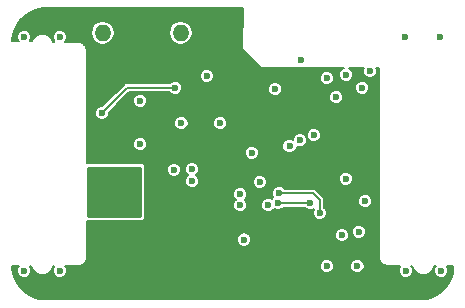
<source format=gbr>
G04 #@! TF.GenerationSoftware,KiCad,Pcbnew,(5.0.1-3-g963ef8bb5)*
G04 #@! TF.CreationDate,2019-06-17T11:31:16-10:00*
G04 #@! TF.ProjectId,OpenHAK_03,4F70656E48414B5F30332E6B69636164,rev?*
G04 #@! TF.SameCoordinates,Original*
G04 #@! TF.FileFunction,Copper,L2,Inr,Signal*
G04 #@! TF.FilePolarity,Positive*
%FSLAX46Y46*%
G04 Gerber Fmt 4.6, Leading zero omitted, Abs format (unit mm)*
G04 Created by KiCad (PCBNEW (5.0.1-3-g963ef8bb5)) date Monday, June 17, 2019 at 11:31:16 AM*
%MOMM*%
%LPD*%
G01*
G04 APERTURE LIST*
G04 #@! TA.AperFunction,ViaPad*
%ADD10O,1.400000X1.400000*%
G04 #@! TD*
G04 #@! TA.AperFunction,ViaPad*
%ADD11C,0.600000*%
G04 #@! TD*
G04 #@! TA.AperFunction,Conductor*
%ADD12C,0.200000*%
G04 #@! TD*
G04 #@! TA.AperFunction,Conductor*
%ADD13C,0.254000*%
G04 #@! TD*
G04 APERTURE END LIST*
D10*
G04 #@! TO.N,GND*
G04 #@! TO.C,P2*
X135984220Y-87945647D03*
X129384220Y-87945647D03*
G04 #@! TD*
D11*
G04 #@! TO.N,GND*
X125740880Y-88293860D03*
X122740880Y-88293860D03*
X122740880Y-108093860D03*
X125740880Y-108093860D03*
X155040880Y-108093860D03*
X158040880Y-108093860D03*
X157940880Y-88293860D03*
X154940880Y-88293860D03*
X143962120Y-92710000D03*
X147245879Y-96616061D03*
X139324100Y-95603060D03*
X135415880Y-99543860D03*
X136965880Y-100518860D03*
X151593860Y-102193860D03*
G04 #@! TO.N,VDD*
X139639205Y-89692124D03*
X143640872Y-100768860D03*
X139065880Y-103593860D03*
X147740880Y-100393860D03*
X151640880Y-103393860D03*
X139140880Y-109393860D03*
X150740880Y-99893852D03*
X133340880Y-104293860D03*
G04 #@! TO.N,VPP*
X136040880Y-95593860D03*
X132040880Y-100193860D03*
G04 #@! TO.N,/MAX_INT*
X146143980Y-90228420D03*
X141990880Y-98093860D03*
G04 #@! TO.N,/BMI_INT2*
X149990880Y-91493860D03*
X149963070Y-100294368D03*
G04 #@! TO.N,/BMI_INT1*
X152000000Y-91200000D03*
X151040880Y-104793860D03*
G04 #@! TO.N,Net-(D3-Pad3)*
X135515880Y-92593860D03*
X129315880Y-94743860D03*
G04 #@! TO.N,Net-(R13-Pad1)*
X132540880Y-93693860D03*
X132540880Y-97368860D03*
G04 #@! TO.N,+1V8*
X143390880Y-102543860D03*
X142665880Y-100568860D03*
X136940880Y-99493860D03*
G04 #@! TO.N,/1V8_SCL*
X141015880Y-102543870D03*
G04 #@! TO.N,/3V3_SCL*
X144219234Y-102334559D03*
X146090880Y-97043858D03*
X146940880Y-102343860D03*
G04 #@! TO.N,/1V8_SDA*
X141015874Y-101618860D03*
G04 #@! TO.N,/3V3_SDA*
X144340880Y-101543860D03*
X145190876Y-97543860D03*
X147740880Y-103193860D03*
G04 #@! TO.N,/PIN_25*
X148340880Y-107693862D03*
X148340884Y-91793860D03*
G04 #@! TO.N,Net-(C10-Pad1)*
X138190880Y-91593860D03*
X141340880Y-105443860D03*
G04 #@! TO.N,/PIN_24*
X149140880Y-93393860D03*
X149640880Y-105093860D03*
G04 #@! TO.N,/PIN_21*
X151340880Y-92593860D03*
X150940880Y-107693860D03*
G04 #@! TD*
D12*
G04 #@! TO.N,Net-(D3-Pad3)*
X135515880Y-92593860D02*
X131465880Y-92593860D01*
X131465880Y-92593860D02*
X129315880Y-94743860D01*
G04 #@! TO.N,/3V3_SCL*
X144228535Y-102343860D02*
X144219234Y-102334559D01*
X146940880Y-102343860D02*
X144228535Y-102343860D01*
G04 #@! TO.N,/3V3_SDA*
X147165144Y-101543860D02*
X144340880Y-101543860D01*
X147740880Y-102119596D02*
X147165144Y-101543860D01*
X147740880Y-103193860D02*
X147740880Y-102119596D01*
G04 #@! TD*
G04 #@! TO.N,VDD*
G36*
X141204884Y-89302915D02*
X141212492Y-89342128D01*
X141234169Y-89374571D01*
X142758169Y-90898571D01*
X142790612Y-90920248D01*
X142828880Y-90927860D01*
X149789449Y-90927860D01*
X149651007Y-90985204D01*
X149482224Y-91153987D01*
X149390880Y-91374513D01*
X149390880Y-91613207D01*
X149482224Y-91833733D01*
X149651007Y-92002516D01*
X149871533Y-92093860D01*
X150110227Y-92093860D01*
X150330753Y-92002516D01*
X150499536Y-91833733D01*
X150590880Y-91613207D01*
X150590880Y-91374513D01*
X150499536Y-91153987D01*
X150330753Y-90985204D01*
X150192311Y-90927860D01*
X151463288Y-90927860D01*
X151400000Y-91080653D01*
X151400000Y-91319347D01*
X151491344Y-91539873D01*
X151660127Y-91708656D01*
X151880653Y-91800000D01*
X152119347Y-91800000D01*
X152339873Y-91708656D01*
X152508656Y-91539873D01*
X152600000Y-91319347D01*
X152600000Y-91080653D01*
X152536712Y-90927860D01*
X152726040Y-90927860D01*
X152726041Y-106874411D01*
X152733245Y-106910628D01*
X152733245Y-106910639D01*
X152771915Y-107105042D01*
X152771915Y-107105043D01*
X152827908Y-107240222D01*
X152938029Y-107405030D01*
X152973021Y-107440021D01*
X153041491Y-107508491D01*
X153206298Y-107618612D01*
X153244677Y-107634509D01*
X153341478Y-107674606D01*
X153535882Y-107713275D01*
X153682199Y-107713275D01*
X153683201Y-107712860D01*
X154573351Y-107712860D01*
X154532224Y-107753987D01*
X154440880Y-107974513D01*
X154440880Y-108213207D01*
X154532224Y-108433733D01*
X154701007Y-108602516D01*
X154921533Y-108693860D01*
X155160227Y-108693860D01*
X155380753Y-108602516D01*
X155549536Y-108433733D01*
X155640880Y-108213207D01*
X155640880Y-107974513D01*
X155549536Y-107753987D01*
X155508409Y-107712860D01*
X155596071Y-107712860D01*
X155727225Y-108029495D01*
X155990245Y-108292515D01*
X156333897Y-108434860D01*
X156705863Y-108434860D01*
X157049515Y-108292515D01*
X157312535Y-108029495D01*
X157443689Y-107712860D01*
X157573351Y-107712860D01*
X157532224Y-107753987D01*
X157440880Y-107974513D01*
X157440880Y-108213207D01*
X157532224Y-108433733D01*
X157701007Y-108602516D01*
X157921533Y-108693860D01*
X158160227Y-108693860D01*
X158380753Y-108602516D01*
X158549536Y-108433733D01*
X158640880Y-108213207D01*
X158640880Y-107974513D01*
X158549536Y-107753987D01*
X158508409Y-107712860D01*
X159022948Y-107712860D01*
X159058757Y-107719983D01*
X159061727Y-107734915D01*
X158994005Y-108338675D01*
X158788890Y-108927685D01*
X158458379Y-109456613D01*
X158018897Y-109899174D01*
X157492287Y-110233370D01*
X156904724Y-110442592D01*
X156265121Y-110518860D01*
X124536846Y-110518860D01*
X123896065Y-110446985D01*
X123307055Y-110241870D01*
X122778127Y-109911359D01*
X122335566Y-109471877D01*
X122001370Y-108945267D01*
X121792148Y-108357704D01*
X121718690Y-107741666D01*
X121723003Y-107719983D01*
X121758812Y-107712860D01*
X122273351Y-107712860D01*
X122232224Y-107753987D01*
X122140880Y-107974513D01*
X122140880Y-108213207D01*
X122232224Y-108433733D01*
X122401007Y-108602516D01*
X122621533Y-108693860D01*
X122860227Y-108693860D01*
X123080753Y-108602516D01*
X123249536Y-108433733D01*
X123340880Y-108213207D01*
X123340880Y-107974513D01*
X123249536Y-107753987D01*
X123208409Y-107712860D01*
X123338071Y-107712860D01*
X123469225Y-108029495D01*
X123732245Y-108292515D01*
X124075897Y-108434860D01*
X124447863Y-108434860D01*
X124791515Y-108292515D01*
X125054535Y-108029495D01*
X125182533Y-107720480D01*
X125265731Y-107720480D01*
X125232224Y-107753987D01*
X125140880Y-107974513D01*
X125140880Y-108213207D01*
X125232224Y-108433733D01*
X125401007Y-108602516D01*
X125621533Y-108693860D01*
X125860227Y-108693860D01*
X126080753Y-108602516D01*
X126249536Y-108433733D01*
X126340880Y-108213207D01*
X126340880Y-107974513D01*
X126249536Y-107753987D01*
X126216029Y-107720480D01*
X127229971Y-107720480D01*
X127266193Y-107713275D01*
X127266199Y-107713275D01*
X127460602Y-107674605D01*
X127460603Y-107674605D01*
X127595782Y-107618612D01*
X127661777Y-107574515D01*
X147740880Y-107574515D01*
X147740880Y-107813209D01*
X147832224Y-108033735D01*
X148001007Y-108202518D01*
X148221533Y-108293862D01*
X148460227Y-108293862D01*
X148680753Y-108202518D01*
X148849536Y-108033735D01*
X148940880Y-107813209D01*
X148940880Y-107574515D01*
X148940880Y-107574513D01*
X150340880Y-107574513D01*
X150340880Y-107813207D01*
X150432224Y-108033733D01*
X150601007Y-108202516D01*
X150821533Y-108293860D01*
X151060227Y-108293860D01*
X151280753Y-108202516D01*
X151449536Y-108033733D01*
X151540880Y-107813207D01*
X151540880Y-107574513D01*
X151449536Y-107353987D01*
X151280753Y-107185204D01*
X151060227Y-107093860D01*
X150821533Y-107093860D01*
X150601007Y-107185204D01*
X150432224Y-107353987D01*
X150340880Y-107574513D01*
X148940880Y-107574513D01*
X148849536Y-107353989D01*
X148680753Y-107185206D01*
X148460227Y-107093862D01*
X148221533Y-107093862D01*
X148001007Y-107185206D01*
X147832224Y-107353989D01*
X147740880Y-107574515D01*
X127661777Y-107574515D01*
X127760590Y-107508491D01*
X127829059Y-107440021D01*
X127864051Y-107405029D01*
X127974172Y-107240222D01*
X128008012Y-107158525D01*
X128030166Y-107105042D01*
X128068835Y-106910638D01*
X128068835Y-106910633D01*
X128076040Y-106874411D01*
X128076040Y-105324513D01*
X140740880Y-105324513D01*
X140740880Y-105563207D01*
X140832224Y-105783733D01*
X141001007Y-105952516D01*
X141221533Y-106043860D01*
X141460227Y-106043860D01*
X141680753Y-105952516D01*
X141849536Y-105783733D01*
X141940880Y-105563207D01*
X141940880Y-105324513D01*
X141849536Y-105103987D01*
X141720062Y-104974513D01*
X149040880Y-104974513D01*
X149040880Y-105213207D01*
X149132224Y-105433733D01*
X149301007Y-105602516D01*
X149521533Y-105693860D01*
X149760227Y-105693860D01*
X149980753Y-105602516D01*
X150149536Y-105433733D01*
X150240880Y-105213207D01*
X150240880Y-104974513D01*
X150149536Y-104753987D01*
X150070062Y-104674513D01*
X150440880Y-104674513D01*
X150440880Y-104913207D01*
X150532224Y-105133733D01*
X150701007Y-105302516D01*
X150921533Y-105393860D01*
X151160227Y-105393860D01*
X151380753Y-105302516D01*
X151549536Y-105133733D01*
X151640880Y-104913207D01*
X151640880Y-104674513D01*
X151549536Y-104453987D01*
X151380753Y-104285204D01*
X151160227Y-104193860D01*
X150921533Y-104193860D01*
X150701007Y-104285204D01*
X150532224Y-104453987D01*
X150440880Y-104674513D01*
X150070062Y-104674513D01*
X149980753Y-104585204D01*
X149760227Y-104493860D01*
X149521533Y-104493860D01*
X149301007Y-104585204D01*
X149132224Y-104753987D01*
X149040880Y-104974513D01*
X141720062Y-104974513D01*
X141680753Y-104935204D01*
X141460227Y-104843860D01*
X141221533Y-104843860D01*
X141001007Y-104935204D01*
X140832224Y-105103987D01*
X140740880Y-105324513D01*
X128076040Y-105324513D01*
X128076040Y-103867947D01*
X132641641Y-103856359D01*
X132755685Y-103833524D01*
X132853012Y-103768492D01*
X132918044Y-103671165D01*
X132940880Y-103556360D01*
X132940880Y-101499513D01*
X140415874Y-101499513D01*
X140415874Y-101738207D01*
X140507218Y-101958733D01*
X140629853Y-102081368D01*
X140507224Y-102203997D01*
X140415880Y-102424523D01*
X140415880Y-102663217D01*
X140507224Y-102883743D01*
X140676007Y-103052526D01*
X140896533Y-103143870D01*
X141135227Y-103143870D01*
X141355753Y-103052526D01*
X141524536Y-102883743D01*
X141615880Y-102663217D01*
X141615880Y-102424523D01*
X141615876Y-102424513D01*
X142790880Y-102424513D01*
X142790880Y-102663207D01*
X142882224Y-102883733D01*
X143051007Y-103052516D01*
X143271533Y-103143860D01*
X143510227Y-103143860D01*
X143730753Y-103052516D01*
X143899536Y-102883733D01*
X143910907Y-102856282D01*
X144099887Y-102934559D01*
X144338581Y-102934559D01*
X144559107Y-102843215D01*
X144658462Y-102743860D01*
X146492351Y-102743860D01*
X146601007Y-102852516D01*
X146821533Y-102943860D01*
X147060227Y-102943860D01*
X147222909Y-102876476D01*
X147140880Y-103074513D01*
X147140880Y-103313207D01*
X147232224Y-103533733D01*
X147401007Y-103702516D01*
X147621533Y-103793860D01*
X147860227Y-103793860D01*
X148080753Y-103702516D01*
X148249536Y-103533733D01*
X148340880Y-103313207D01*
X148340880Y-103074513D01*
X148249536Y-102853987D01*
X148140880Y-102745331D01*
X148140880Y-102158990D01*
X148148716Y-102119596D01*
X148139749Y-102074513D01*
X150993860Y-102074513D01*
X150993860Y-102313207D01*
X151085204Y-102533733D01*
X151253987Y-102702516D01*
X151474513Y-102793860D01*
X151713207Y-102793860D01*
X151933733Y-102702516D01*
X152102516Y-102533733D01*
X152193860Y-102313207D01*
X152193860Y-102074513D01*
X152102516Y-101853987D01*
X151933733Y-101685204D01*
X151713207Y-101593860D01*
X151474513Y-101593860D01*
X151253987Y-101685204D01*
X151085204Y-101853987D01*
X150993860Y-102074513D01*
X148139749Y-102074513D01*
X148117671Y-101963524D01*
X148104532Y-101943860D01*
X148029264Y-101831212D01*
X147995864Y-101808895D01*
X147475847Y-101288878D01*
X147453528Y-101255476D01*
X147321216Y-101167069D01*
X147204538Y-101143860D01*
X147165144Y-101136024D01*
X147125750Y-101143860D01*
X144789409Y-101143860D01*
X144680753Y-101035204D01*
X144460227Y-100943860D01*
X144221533Y-100943860D01*
X144001007Y-101035204D01*
X143832224Y-101203987D01*
X143740880Y-101424513D01*
X143740880Y-101663207D01*
X143829092Y-101876172D01*
X143710578Y-101994686D01*
X143699207Y-102022137D01*
X143510227Y-101943860D01*
X143271533Y-101943860D01*
X143051007Y-102035204D01*
X142882224Y-102203987D01*
X142790880Y-102424513D01*
X141615876Y-102424513D01*
X141524536Y-102203997D01*
X141401901Y-102081362D01*
X141524530Y-101958733D01*
X141615874Y-101738207D01*
X141615874Y-101499513D01*
X141524530Y-101278987D01*
X141355747Y-101110204D01*
X141135221Y-101018860D01*
X140896527Y-101018860D01*
X140676001Y-101110204D01*
X140507218Y-101278987D01*
X140415874Y-101499513D01*
X132940880Y-101499513D01*
X132940880Y-99424513D01*
X134815880Y-99424513D01*
X134815880Y-99663207D01*
X134907224Y-99883733D01*
X135076007Y-100052516D01*
X135296533Y-100143860D01*
X135535227Y-100143860D01*
X135755753Y-100052516D01*
X135924536Y-99883733D01*
X136015880Y-99663207D01*
X136015880Y-99424513D01*
X135995170Y-99374513D01*
X136340880Y-99374513D01*
X136340880Y-99613207D01*
X136432224Y-99833733D01*
X136601007Y-100002516D01*
X136624121Y-100012090D01*
X136457224Y-100178987D01*
X136365880Y-100399513D01*
X136365880Y-100638207D01*
X136457224Y-100858733D01*
X136626007Y-101027516D01*
X136846533Y-101118860D01*
X137085227Y-101118860D01*
X137305753Y-101027516D01*
X137474536Y-100858733D01*
X137565880Y-100638207D01*
X137565880Y-100449513D01*
X142065880Y-100449513D01*
X142065880Y-100688207D01*
X142157224Y-100908733D01*
X142326007Y-101077516D01*
X142546533Y-101168860D01*
X142785227Y-101168860D01*
X143005753Y-101077516D01*
X143174536Y-100908733D01*
X143265880Y-100688207D01*
X143265880Y-100449513D01*
X143174536Y-100228987D01*
X143120570Y-100175021D01*
X149363070Y-100175021D01*
X149363070Y-100413715D01*
X149454414Y-100634241D01*
X149623197Y-100803024D01*
X149843723Y-100894368D01*
X150082417Y-100894368D01*
X150302943Y-100803024D01*
X150471726Y-100634241D01*
X150563070Y-100413715D01*
X150563070Y-100175021D01*
X150471726Y-99954495D01*
X150302943Y-99785712D01*
X150082417Y-99694368D01*
X149843723Y-99694368D01*
X149623197Y-99785712D01*
X149454414Y-99954495D01*
X149363070Y-100175021D01*
X143120570Y-100175021D01*
X143005753Y-100060204D01*
X142785227Y-99968860D01*
X142546533Y-99968860D01*
X142326007Y-100060204D01*
X142157224Y-100228987D01*
X142065880Y-100449513D01*
X137565880Y-100449513D01*
X137565880Y-100399513D01*
X137474536Y-100178987D01*
X137305753Y-100010204D01*
X137282639Y-100000630D01*
X137449536Y-99833733D01*
X137540880Y-99613207D01*
X137540880Y-99374513D01*
X137449536Y-99153987D01*
X137280753Y-98985204D01*
X137060227Y-98893860D01*
X136821533Y-98893860D01*
X136601007Y-98985204D01*
X136432224Y-99153987D01*
X136340880Y-99374513D01*
X135995170Y-99374513D01*
X135924536Y-99203987D01*
X135755753Y-99035204D01*
X135535227Y-98943860D01*
X135296533Y-98943860D01*
X135076007Y-99035204D01*
X134907224Y-99203987D01*
X134815880Y-99424513D01*
X132940880Y-99424513D01*
X132940880Y-99231360D01*
X132917753Y-99115855D01*
X132852476Y-99018693D01*
X132754985Y-98953907D01*
X132640122Y-98931361D01*
X128076040Y-98942886D01*
X128076040Y-97974513D01*
X141390880Y-97974513D01*
X141390880Y-98213207D01*
X141482224Y-98433733D01*
X141651007Y-98602516D01*
X141871533Y-98693860D01*
X142110227Y-98693860D01*
X142330753Y-98602516D01*
X142499536Y-98433733D01*
X142590880Y-98213207D01*
X142590880Y-97974513D01*
X142499536Y-97753987D01*
X142330753Y-97585204D01*
X142110227Y-97493860D01*
X141871533Y-97493860D01*
X141651007Y-97585204D01*
X141482224Y-97753987D01*
X141390880Y-97974513D01*
X128076040Y-97974513D01*
X128076040Y-97249513D01*
X131940880Y-97249513D01*
X131940880Y-97488207D01*
X132032224Y-97708733D01*
X132201007Y-97877516D01*
X132421533Y-97968860D01*
X132660227Y-97968860D01*
X132880753Y-97877516D01*
X133049536Y-97708733D01*
X133140880Y-97488207D01*
X133140880Y-97424513D01*
X144590876Y-97424513D01*
X144590876Y-97663207D01*
X144682220Y-97883733D01*
X144851003Y-98052516D01*
X145071529Y-98143860D01*
X145310223Y-98143860D01*
X145530749Y-98052516D01*
X145699532Y-97883733D01*
X145790876Y-97663207D01*
X145790876Y-97569028D01*
X145971533Y-97643858D01*
X146210227Y-97643858D01*
X146430753Y-97552514D01*
X146599536Y-97383731D01*
X146690880Y-97163205D01*
X146690880Y-96924511D01*
X146599536Y-96703985D01*
X146430753Y-96535202D01*
X146337834Y-96496714D01*
X146645879Y-96496714D01*
X146645879Y-96735408D01*
X146737223Y-96955934D01*
X146906006Y-97124717D01*
X147126532Y-97216061D01*
X147365226Y-97216061D01*
X147585752Y-97124717D01*
X147754535Y-96955934D01*
X147845879Y-96735408D01*
X147845879Y-96496714D01*
X147754535Y-96276188D01*
X147585752Y-96107405D01*
X147365226Y-96016061D01*
X147126532Y-96016061D01*
X146906006Y-96107405D01*
X146737223Y-96276188D01*
X146645879Y-96496714D01*
X146337834Y-96496714D01*
X146210227Y-96443858D01*
X145971533Y-96443858D01*
X145751007Y-96535202D01*
X145582224Y-96703985D01*
X145490880Y-96924511D01*
X145490880Y-97018690D01*
X145310223Y-96943860D01*
X145071529Y-96943860D01*
X144851003Y-97035204D01*
X144682220Y-97203987D01*
X144590876Y-97424513D01*
X133140880Y-97424513D01*
X133140880Y-97249513D01*
X133049536Y-97028987D01*
X132880753Y-96860204D01*
X132660227Y-96768860D01*
X132421533Y-96768860D01*
X132201007Y-96860204D01*
X132032224Y-97028987D01*
X131940880Y-97249513D01*
X128076040Y-97249513D01*
X128076040Y-95474513D01*
X135440880Y-95474513D01*
X135440880Y-95713207D01*
X135532224Y-95933733D01*
X135701007Y-96102516D01*
X135921533Y-96193860D01*
X136160227Y-96193860D01*
X136380753Y-96102516D01*
X136549536Y-95933733D01*
X136640880Y-95713207D01*
X136640880Y-95483713D01*
X138724100Y-95483713D01*
X138724100Y-95722407D01*
X138815444Y-95942933D01*
X138984227Y-96111716D01*
X139204753Y-96203060D01*
X139443447Y-96203060D01*
X139663973Y-96111716D01*
X139832756Y-95942933D01*
X139924100Y-95722407D01*
X139924100Y-95483713D01*
X139832756Y-95263187D01*
X139663973Y-95094404D01*
X139443447Y-95003060D01*
X139204753Y-95003060D01*
X138984227Y-95094404D01*
X138815444Y-95263187D01*
X138724100Y-95483713D01*
X136640880Y-95483713D01*
X136640880Y-95474513D01*
X136549536Y-95253987D01*
X136380753Y-95085204D01*
X136160227Y-94993860D01*
X135921533Y-94993860D01*
X135701007Y-95085204D01*
X135532224Y-95253987D01*
X135440880Y-95474513D01*
X128076040Y-95474513D01*
X128076040Y-94624513D01*
X128715880Y-94624513D01*
X128715880Y-94863207D01*
X128807224Y-95083733D01*
X128976007Y-95252516D01*
X129196533Y-95343860D01*
X129435227Y-95343860D01*
X129655753Y-95252516D01*
X129824536Y-95083733D01*
X129915880Y-94863207D01*
X129915880Y-94709544D01*
X131050912Y-93574513D01*
X131940880Y-93574513D01*
X131940880Y-93813207D01*
X132032224Y-94033733D01*
X132201007Y-94202516D01*
X132421533Y-94293860D01*
X132660227Y-94293860D01*
X132880753Y-94202516D01*
X133049536Y-94033733D01*
X133140880Y-93813207D01*
X133140880Y-93574513D01*
X133049536Y-93353987D01*
X132880753Y-93185204D01*
X132660227Y-93093860D01*
X132421533Y-93093860D01*
X132201007Y-93185204D01*
X132032224Y-93353987D01*
X131940880Y-93574513D01*
X131050912Y-93574513D01*
X131631566Y-92993860D01*
X135067351Y-92993860D01*
X135176007Y-93102516D01*
X135396533Y-93193860D01*
X135635227Y-93193860D01*
X135855753Y-93102516D01*
X136024536Y-92933733D01*
X136115880Y-92713207D01*
X136115880Y-92590653D01*
X143362120Y-92590653D01*
X143362120Y-92829347D01*
X143453464Y-93049873D01*
X143622247Y-93218656D01*
X143842773Y-93310000D01*
X144081467Y-93310000D01*
X144167141Y-93274513D01*
X148540880Y-93274513D01*
X148540880Y-93513207D01*
X148632224Y-93733733D01*
X148801007Y-93902516D01*
X149021533Y-93993860D01*
X149260227Y-93993860D01*
X149480753Y-93902516D01*
X149649536Y-93733733D01*
X149740880Y-93513207D01*
X149740880Y-93274513D01*
X149649536Y-93053987D01*
X149480753Y-92885204D01*
X149260227Y-92793860D01*
X149021533Y-92793860D01*
X148801007Y-92885204D01*
X148632224Y-93053987D01*
X148540880Y-93274513D01*
X144167141Y-93274513D01*
X144301993Y-93218656D01*
X144470776Y-93049873D01*
X144562120Y-92829347D01*
X144562120Y-92590653D01*
X144514014Y-92474513D01*
X150740880Y-92474513D01*
X150740880Y-92713207D01*
X150832224Y-92933733D01*
X151001007Y-93102516D01*
X151221533Y-93193860D01*
X151460227Y-93193860D01*
X151680753Y-93102516D01*
X151849536Y-92933733D01*
X151940880Y-92713207D01*
X151940880Y-92474513D01*
X151849536Y-92253987D01*
X151680753Y-92085204D01*
X151460227Y-91993860D01*
X151221533Y-91993860D01*
X151001007Y-92085204D01*
X150832224Y-92253987D01*
X150740880Y-92474513D01*
X144514014Y-92474513D01*
X144470776Y-92370127D01*
X144301993Y-92201344D01*
X144081467Y-92110000D01*
X143842773Y-92110000D01*
X143622247Y-92201344D01*
X143453464Y-92370127D01*
X143362120Y-92590653D01*
X136115880Y-92590653D01*
X136115880Y-92474513D01*
X136024536Y-92253987D01*
X135855753Y-92085204D01*
X135635227Y-91993860D01*
X135396533Y-91993860D01*
X135176007Y-92085204D01*
X135067351Y-92193860D01*
X131505272Y-92193860D01*
X131465879Y-92186024D01*
X131426486Y-92193860D01*
X131309808Y-92217069D01*
X131177496Y-92305476D01*
X131155181Y-92338873D01*
X129350196Y-94143860D01*
X129196533Y-94143860D01*
X128976007Y-94235204D01*
X128807224Y-94403987D01*
X128715880Y-94624513D01*
X128076040Y-94624513D01*
X128076040Y-91474513D01*
X137590880Y-91474513D01*
X137590880Y-91713207D01*
X137682224Y-91933733D01*
X137851007Y-92102516D01*
X138071533Y-92193860D01*
X138310227Y-92193860D01*
X138530753Y-92102516D01*
X138699536Y-91933733D01*
X138790880Y-91713207D01*
X138790880Y-91674513D01*
X147740884Y-91674513D01*
X147740884Y-91913207D01*
X147832228Y-92133733D01*
X148001011Y-92302516D01*
X148221537Y-92393860D01*
X148460231Y-92393860D01*
X148680757Y-92302516D01*
X148849540Y-92133733D01*
X148940884Y-91913207D01*
X148940884Y-91674513D01*
X148849540Y-91453987D01*
X148680757Y-91285204D01*
X148460231Y-91193860D01*
X148221537Y-91193860D01*
X148001011Y-91285204D01*
X147832228Y-91453987D01*
X147740884Y-91674513D01*
X138790880Y-91674513D01*
X138790880Y-91474513D01*
X138699536Y-91253987D01*
X138530753Y-91085204D01*
X138310227Y-90993860D01*
X138071533Y-90993860D01*
X137851007Y-91085204D01*
X137682224Y-91253987D01*
X137590880Y-91474513D01*
X128076040Y-91474513D01*
X128076040Y-89528549D01*
X128068835Y-89492327D01*
X128068835Y-89492322D01*
X128030166Y-89297918D01*
X127991179Y-89203797D01*
X127974172Y-89162738D01*
X127864051Y-88997931D01*
X127799218Y-88933098D01*
X127760590Y-88894469D01*
X127595782Y-88784348D01*
X127460603Y-88728355D01*
X127460602Y-88728355D01*
X127266199Y-88689685D01*
X127266193Y-88689685D01*
X127229971Y-88682480D01*
X126200789Y-88682480D01*
X126249536Y-88633733D01*
X126340880Y-88413207D01*
X126340880Y-88174513D01*
X126249536Y-87953987D01*
X126241196Y-87945647D01*
X128364629Y-87945647D01*
X128442241Y-88335828D01*
X128663260Y-88666607D01*
X128994039Y-88887626D01*
X129285730Y-88945647D01*
X129482710Y-88945647D01*
X129774401Y-88887626D01*
X130105180Y-88666607D01*
X130326199Y-88335828D01*
X130403811Y-87945647D01*
X134964629Y-87945647D01*
X135042241Y-88335828D01*
X135263260Y-88666607D01*
X135594039Y-88887626D01*
X135885730Y-88945647D01*
X136082710Y-88945647D01*
X136374401Y-88887626D01*
X136705180Y-88666607D01*
X136926199Y-88335828D01*
X137003811Y-87945647D01*
X136926199Y-87555466D01*
X136705180Y-87224687D01*
X136374401Y-87003668D01*
X136082710Y-86945647D01*
X135885730Y-86945647D01*
X135594039Y-87003668D01*
X135263260Y-87224687D01*
X135042241Y-87555466D01*
X134964629Y-87945647D01*
X130403811Y-87945647D01*
X130326199Y-87555466D01*
X130105180Y-87224687D01*
X129774401Y-87003668D01*
X129482710Y-86945647D01*
X129285730Y-86945647D01*
X128994039Y-87003668D01*
X128663260Y-87224687D01*
X128442241Y-87555466D01*
X128364629Y-87945647D01*
X126241196Y-87945647D01*
X126080753Y-87785204D01*
X125860227Y-87693860D01*
X125621533Y-87693860D01*
X125401007Y-87785204D01*
X125232224Y-87953987D01*
X125140880Y-88174513D01*
X125140880Y-88413207D01*
X125232224Y-88633733D01*
X125280971Y-88682480D01*
X125136241Y-88682480D01*
X125054535Y-88485225D01*
X124791515Y-88222205D01*
X124447863Y-88079860D01*
X124075897Y-88079860D01*
X123732245Y-88222205D01*
X123469225Y-88485225D01*
X123390676Y-88674860D01*
X123208409Y-88674860D01*
X123249536Y-88633733D01*
X123340880Y-88413207D01*
X123340880Y-88174513D01*
X123249536Y-87953987D01*
X123080753Y-87785204D01*
X122860227Y-87693860D01*
X122621533Y-87693860D01*
X122401007Y-87785204D01*
X122232224Y-87953987D01*
X122140880Y-88174513D01*
X122140880Y-88413207D01*
X122232224Y-88633733D01*
X122273351Y-88674860D01*
X121758812Y-88674860D01*
X121723003Y-88667737D01*
X121720033Y-88652804D01*
X121787755Y-88049045D01*
X121992870Y-87460037D01*
X122323381Y-86931107D01*
X122762863Y-86488546D01*
X123289471Y-86154351D01*
X123877036Y-85945128D01*
X124516638Y-85868860D01*
X141237332Y-85868860D01*
X141204884Y-89302915D01*
X141204884Y-89302915D01*
G37*
X141204884Y-89302915D02*
X141212492Y-89342128D01*
X141234169Y-89374571D01*
X142758169Y-90898571D01*
X142790612Y-90920248D01*
X142828880Y-90927860D01*
X149789449Y-90927860D01*
X149651007Y-90985204D01*
X149482224Y-91153987D01*
X149390880Y-91374513D01*
X149390880Y-91613207D01*
X149482224Y-91833733D01*
X149651007Y-92002516D01*
X149871533Y-92093860D01*
X150110227Y-92093860D01*
X150330753Y-92002516D01*
X150499536Y-91833733D01*
X150590880Y-91613207D01*
X150590880Y-91374513D01*
X150499536Y-91153987D01*
X150330753Y-90985204D01*
X150192311Y-90927860D01*
X151463288Y-90927860D01*
X151400000Y-91080653D01*
X151400000Y-91319347D01*
X151491344Y-91539873D01*
X151660127Y-91708656D01*
X151880653Y-91800000D01*
X152119347Y-91800000D01*
X152339873Y-91708656D01*
X152508656Y-91539873D01*
X152600000Y-91319347D01*
X152600000Y-91080653D01*
X152536712Y-90927860D01*
X152726040Y-90927860D01*
X152726041Y-106874411D01*
X152733245Y-106910628D01*
X152733245Y-106910639D01*
X152771915Y-107105042D01*
X152771915Y-107105043D01*
X152827908Y-107240222D01*
X152938029Y-107405030D01*
X152973021Y-107440021D01*
X153041491Y-107508491D01*
X153206298Y-107618612D01*
X153244677Y-107634509D01*
X153341478Y-107674606D01*
X153535882Y-107713275D01*
X153682199Y-107713275D01*
X153683201Y-107712860D01*
X154573351Y-107712860D01*
X154532224Y-107753987D01*
X154440880Y-107974513D01*
X154440880Y-108213207D01*
X154532224Y-108433733D01*
X154701007Y-108602516D01*
X154921533Y-108693860D01*
X155160227Y-108693860D01*
X155380753Y-108602516D01*
X155549536Y-108433733D01*
X155640880Y-108213207D01*
X155640880Y-107974513D01*
X155549536Y-107753987D01*
X155508409Y-107712860D01*
X155596071Y-107712860D01*
X155727225Y-108029495D01*
X155990245Y-108292515D01*
X156333897Y-108434860D01*
X156705863Y-108434860D01*
X157049515Y-108292515D01*
X157312535Y-108029495D01*
X157443689Y-107712860D01*
X157573351Y-107712860D01*
X157532224Y-107753987D01*
X157440880Y-107974513D01*
X157440880Y-108213207D01*
X157532224Y-108433733D01*
X157701007Y-108602516D01*
X157921533Y-108693860D01*
X158160227Y-108693860D01*
X158380753Y-108602516D01*
X158549536Y-108433733D01*
X158640880Y-108213207D01*
X158640880Y-107974513D01*
X158549536Y-107753987D01*
X158508409Y-107712860D01*
X159022948Y-107712860D01*
X159058757Y-107719983D01*
X159061727Y-107734915D01*
X158994005Y-108338675D01*
X158788890Y-108927685D01*
X158458379Y-109456613D01*
X158018897Y-109899174D01*
X157492287Y-110233370D01*
X156904724Y-110442592D01*
X156265121Y-110518860D01*
X124536846Y-110518860D01*
X123896065Y-110446985D01*
X123307055Y-110241870D01*
X122778127Y-109911359D01*
X122335566Y-109471877D01*
X122001370Y-108945267D01*
X121792148Y-108357704D01*
X121718690Y-107741666D01*
X121723003Y-107719983D01*
X121758812Y-107712860D01*
X122273351Y-107712860D01*
X122232224Y-107753987D01*
X122140880Y-107974513D01*
X122140880Y-108213207D01*
X122232224Y-108433733D01*
X122401007Y-108602516D01*
X122621533Y-108693860D01*
X122860227Y-108693860D01*
X123080753Y-108602516D01*
X123249536Y-108433733D01*
X123340880Y-108213207D01*
X123340880Y-107974513D01*
X123249536Y-107753987D01*
X123208409Y-107712860D01*
X123338071Y-107712860D01*
X123469225Y-108029495D01*
X123732245Y-108292515D01*
X124075897Y-108434860D01*
X124447863Y-108434860D01*
X124791515Y-108292515D01*
X125054535Y-108029495D01*
X125182533Y-107720480D01*
X125265731Y-107720480D01*
X125232224Y-107753987D01*
X125140880Y-107974513D01*
X125140880Y-108213207D01*
X125232224Y-108433733D01*
X125401007Y-108602516D01*
X125621533Y-108693860D01*
X125860227Y-108693860D01*
X126080753Y-108602516D01*
X126249536Y-108433733D01*
X126340880Y-108213207D01*
X126340880Y-107974513D01*
X126249536Y-107753987D01*
X126216029Y-107720480D01*
X127229971Y-107720480D01*
X127266193Y-107713275D01*
X127266199Y-107713275D01*
X127460602Y-107674605D01*
X127460603Y-107674605D01*
X127595782Y-107618612D01*
X127661777Y-107574515D01*
X147740880Y-107574515D01*
X147740880Y-107813209D01*
X147832224Y-108033735D01*
X148001007Y-108202518D01*
X148221533Y-108293862D01*
X148460227Y-108293862D01*
X148680753Y-108202518D01*
X148849536Y-108033735D01*
X148940880Y-107813209D01*
X148940880Y-107574515D01*
X148940880Y-107574513D01*
X150340880Y-107574513D01*
X150340880Y-107813207D01*
X150432224Y-108033733D01*
X150601007Y-108202516D01*
X150821533Y-108293860D01*
X151060227Y-108293860D01*
X151280753Y-108202516D01*
X151449536Y-108033733D01*
X151540880Y-107813207D01*
X151540880Y-107574513D01*
X151449536Y-107353987D01*
X151280753Y-107185204D01*
X151060227Y-107093860D01*
X150821533Y-107093860D01*
X150601007Y-107185204D01*
X150432224Y-107353987D01*
X150340880Y-107574513D01*
X148940880Y-107574513D01*
X148849536Y-107353989D01*
X148680753Y-107185206D01*
X148460227Y-107093862D01*
X148221533Y-107093862D01*
X148001007Y-107185206D01*
X147832224Y-107353989D01*
X147740880Y-107574515D01*
X127661777Y-107574515D01*
X127760590Y-107508491D01*
X127829059Y-107440021D01*
X127864051Y-107405029D01*
X127974172Y-107240222D01*
X128008012Y-107158525D01*
X128030166Y-107105042D01*
X128068835Y-106910638D01*
X128068835Y-106910633D01*
X128076040Y-106874411D01*
X128076040Y-105324513D01*
X140740880Y-105324513D01*
X140740880Y-105563207D01*
X140832224Y-105783733D01*
X141001007Y-105952516D01*
X141221533Y-106043860D01*
X141460227Y-106043860D01*
X141680753Y-105952516D01*
X141849536Y-105783733D01*
X141940880Y-105563207D01*
X141940880Y-105324513D01*
X141849536Y-105103987D01*
X141720062Y-104974513D01*
X149040880Y-104974513D01*
X149040880Y-105213207D01*
X149132224Y-105433733D01*
X149301007Y-105602516D01*
X149521533Y-105693860D01*
X149760227Y-105693860D01*
X149980753Y-105602516D01*
X150149536Y-105433733D01*
X150240880Y-105213207D01*
X150240880Y-104974513D01*
X150149536Y-104753987D01*
X150070062Y-104674513D01*
X150440880Y-104674513D01*
X150440880Y-104913207D01*
X150532224Y-105133733D01*
X150701007Y-105302516D01*
X150921533Y-105393860D01*
X151160227Y-105393860D01*
X151380753Y-105302516D01*
X151549536Y-105133733D01*
X151640880Y-104913207D01*
X151640880Y-104674513D01*
X151549536Y-104453987D01*
X151380753Y-104285204D01*
X151160227Y-104193860D01*
X150921533Y-104193860D01*
X150701007Y-104285204D01*
X150532224Y-104453987D01*
X150440880Y-104674513D01*
X150070062Y-104674513D01*
X149980753Y-104585204D01*
X149760227Y-104493860D01*
X149521533Y-104493860D01*
X149301007Y-104585204D01*
X149132224Y-104753987D01*
X149040880Y-104974513D01*
X141720062Y-104974513D01*
X141680753Y-104935204D01*
X141460227Y-104843860D01*
X141221533Y-104843860D01*
X141001007Y-104935204D01*
X140832224Y-105103987D01*
X140740880Y-105324513D01*
X128076040Y-105324513D01*
X128076040Y-103867947D01*
X132641641Y-103856359D01*
X132755685Y-103833524D01*
X132853012Y-103768492D01*
X132918044Y-103671165D01*
X132940880Y-103556360D01*
X132940880Y-101499513D01*
X140415874Y-101499513D01*
X140415874Y-101738207D01*
X140507218Y-101958733D01*
X140629853Y-102081368D01*
X140507224Y-102203997D01*
X140415880Y-102424523D01*
X140415880Y-102663217D01*
X140507224Y-102883743D01*
X140676007Y-103052526D01*
X140896533Y-103143870D01*
X141135227Y-103143870D01*
X141355753Y-103052526D01*
X141524536Y-102883743D01*
X141615880Y-102663217D01*
X141615880Y-102424523D01*
X141615876Y-102424513D01*
X142790880Y-102424513D01*
X142790880Y-102663207D01*
X142882224Y-102883733D01*
X143051007Y-103052516D01*
X143271533Y-103143860D01*
X143510227Y-103143860D01*
X143730753Y-103052516D01*
X143899536Y-102883733D01*
X143910907Y-102856282D01*
X144099887Y-102934559D01*
X144338581Y-102934559D01*
X144559107Y-102843215D01*
X144658462Y-102743860D01*
X146492351Y-102743860D01*
X146601007Y-102852516D01*
X146821533Y-102943860D01*
X147060227Y-102943860D01*
X147222909Y-102876476D01*
X147140880Y-103074513D01*
X147140880Y-103313207D01*
X147232224Y-103533733D01*
X147401007Y-103702516D01*
X147621533Y-103793860D01*
X147860227Y-103793860D01*
X148080753Y-103702516D01*
X148249536Y-103533733D01*
X148340880Y-103313207D01*
X148340880Y-103074513D01*
X148249536Y-102853987D01*
X148140880Y-102745331D01*
X148140880Y-102158990D01*
X148148716Y-102119596D01*
X148139749Y-102074513D01*
X150993860Y-102074513D01*
X150993860Y-102313207D01*
X151085204Y-102533733D01*
X151253987Y-102702516D01*
X151474513Y-102793860D01*
X151713207Y-102793860D01*
X151933733Y-102702516D01*
X152102516Y-102533733D01*
X152193860Y-102313207D01*
X152193860Y-102074513D01*
X152102516Y-101853987D01*
X151933733Y-101685204D01*
X151713207Y-101593860D01*
X151474513Y-101593860D01*
X151253987Y-101685204D01*
X151085204Y-101853987D01*
X150993860Y-102074513D01*
X148139749Y-102074513D01*
X148117671Y-101963524D01*
X148104532Y-101943860D01*
X148029264Y-101831212D01*
X147995864Y-101808895D01*
X147475847Y-101288878D01*
X147453528Y-101255476D01*
X147321216Y-101167069D01*
X147204538Y-101143860D01*
X147165144Y-101136024D01*
X147125750Y-101143860D01*
X144789409Y-101143860D01*
X144680753Y-101035204D01*
X144460227Y-100943860D01*
X144221533Y-100943860D01*
X144001007Y-101035204D01*
X143832224Y-101203987D01*
X143740880Y-101424513D01*
X143740880Y-101663207D01*
X143829092Y-101876172D01*
X143710578Y-101994686D01*
X143699207Y-102022137D01*
X143510227Y-101943860D01*
X143271533Y-101943860D01*
X143051007Y-102035204D01*
X142882224Y-102203987D01*
X142790880Y-102424513D01*
X141615876Y-102424513D01*
X141524536Y-102203997D01*
X141401901Y-102081362D01*
X141524530Y-101958733D01*
X141615874Y-101738207D01*
X141615874Y-101499513D01*
X141524530Y-101278987D01*
X141355747Y-101110204D01*
X141135221Y-101018860D01*
X140896527Y-101018860D01*
X140676001Y-101110204D01*
X140507218Y-101278987D01*
X140415874Y-101499513D01*
X132940880Y-101499513D01*
X132940880Y-99424513D01*
X134815880Y-99424513D01*
X134815880Y-99663207D01*
X134907224Y-99883733D01*
X135076007Y-100052516D01*
X135296533Y-100143860D01*
X135535227Y-100143860D01*
X135755753Y-100052516D01*
X135924536Y-99883733D01*
X136015880Y-99663207D01*
X136015880Y-99424513D01*
X135995170Y-99374513D01*
X136340880Y-99374513D01*
X136340880Y-99613207D01*
X136432224Y-99833733D01*
X136601007Y-100002516D01*
X136624121Y-100012090D01*
X136457224Y-100178987D01*
X136365880Y-100399513D01*
X136365880Y-100638207D01*
X136457224Y-100858733D01*
X136626007Y-101027516D01*
X136846533Y-101118860D01*
X137085227Y-101118860D01*
X137305753Y-101027516D01*
X137474536Y-100858733D01*
X137565880Y-100638207D01*
X137565880Y-100449513D01*
X142065880Y-100449513D01*
X142065880Y-100688207D01*
X142157224Y-100908733D01*
X142326007Y-101077516D01*
X142546533Y-101168860D01*
X142785227Y-101168860D01*
X143005753Y-101077516D01*
X143174536Y-100908733D01*
X143265880Y-100688207D01*
X143265880Y-100449513D01*
X143174536Y-100228987D01*
X143120570Y-100175021D01*
X149363070Y-100175021D01*
X149363070Y-100413715D01*
X149454414Y-100634241D01*
X149623197Y-100803024D01*
X149843723Y-100894368D01*
X150082417Y-100894368D01*
X150302943Y-100803024D01*
X150471726Y-100634241D01*
X150563070Y-100413715D01*
X150563070Y-100175021D01*
X150471726Y-99954495D01*
X150302943Y-99785712D01*
X150082417Y-99694368D01*
X149843723Y-99694368D01*
X149623197Y-99785712D01*
X149454414Y-99954495D01*
X149363070Y-100175021D01*
X143120570Y-100175021D01*
X143005753Y-100060204D01*
X142785227Y-99968860D01*
X142546533Y-99968860D01*
X142326007Y-100060204D01*
X142157224Y-100228987D01*
X142065880Y-100449513D01*
X137565880Y-100449513D01*
X137565880Y-100399513D01*
X137474536Y-100178987D01*
X137305753Y-100010204D01*
X137282639Y-100000630D01*
X137449536Y-99833733D01*
X137540880Y-99613207D01*
X137540880Y-99374513D01*
X137449536Y-99153987D01*
X137280753Y-98985204D01*
X137060227Y-98893860D01*
X136821533Y-98893860D01*
X136601007Y-98985204D01*
X136432224Y-99153987D01*
X136340880Y-99374513D01*
X135995170Y-99374513D01*
X135924536Y-99203987D01*
X135755753Y-99035204D01*
X135535227Y-98943860D01*
X135296533Y-98943860D01*
X135076007Y-99035204D01*
X134907224Y-99203987D01*
X134815880Y-99424513D01*
X132940880Y-99424513D01*
X132940880Y-99231360D01*
X132917753Y-99115855D01*
X132852476Y-99018693D01*
X132754985Y-98953907D01*
X132640122Y-98931361D01*
X128076040Y-98942886D01*
X128076040Y-97974513D01*
X141390880Y-97974513D01*
X141390880Y-98213207D01*
X141482224Y-98433733D01*
X141651007Y-98602516D01*
X141871533Y-98693860D01*
X142110227Y-98693860D01*
X142330753Y-98602516D01*
X142499536Y-98433733D01*
X142590880Y-98213207D01*
X142590880Y-97974513D01*
X142499536Y-97753987D01*
X142330753Y-97585204D01*
X142110227Y-97493860D01*
X141871533Y-97493860D01*
X141651007Y-97585204D01*
X141482224Y-97753987D01*
X141390880Y-97974513D01*
X128076040Y-97974513D01*
X128076040Y-97249513D01*
X131940880Y-97249513D01*
X131940880Y-97488207D01*
X132032224Y-97708733D01*
X132201007Y-97877516D01*
X132421533Y-97968860D01*
X132660227Y-97968860D01*
X132880753Y-97877516D01*
X133049536Y-97708733D01*
X133140880Y-97488207D01*
X133140880Y-97424513D01*
X144590876Y-97424513D01*
X144590876Y-97663207D01*
X144682220Y-97883733D01*
X144851003Y-98052516D01*
X145071529Y-98143860D01*
X145310223Y-98143860D01*
X145530749Y-98052516D01*
X145699532Y-97883733D01*
X145790876Y-97663207D01*
X145790876Y-97569028D01*
X145971533Y-97643858D01*
X146210227Y-97643858D01*
X146430753Y-97552514D01*
X146599536Y-97383731D01*
X146690880Y-97163205D01*
X146690880Y-96924511D01*
X146599536Y-96703985D01*
X146430753Y-96535202D01*
X146337834Y-96496714D01*
X146645879Y-96496714D01*
X146645879Y-96735408D01*
X146737223Y-96955934D01*
X146906006Y-97124717D01*
X147126532Y-97216061D01*
X147365226Y-97216061D01*
X147585752Y-97124717D01*
X147754535Y-96955934D01*
X147845879Y-96735408D01*
X147845879Y-96496714D01*
X147754535Y-96276188D01*
X147585752Y-96107405D01*
X147365226Y-96016061D01*
X147126532Y-96016061D01*
X146906006Y-96107405D01*
X146737223Y-96276188D01*
X146645879Y-96496714D01*
X146337834Y-96496714D01*
X146210227Y-96443858D01*
X145971533Y-96443858D01*
X145751007Y-96535202D01*
X145582224Y-96703985D01*
X145490880Y-96924511D01*
X145490880Y-97018690D01*
X145310223Y-96943860D01*
X145071529Y-96943860D01*
X144851003Y-97035204D01*
X144682220Y-97203987D01*
X144590876Y-97424513D01*
X133140880Y-97424513D01*
X133140880Y-97249513D01*
X133049536Y-97028987D01*
X132880753Y-96860204D01*
X132660227Y-96768860D01*
X132421533Y-96768860D01*
X132201007Y-96860204D01*
X132032224Y-97028987D01*
X131940880Y-97249513D01*
X128076040Y-97249513D01*
X128076040Y-95474513D01*
X135440880Y-95474513D01*
X135440880Y-95713207D01*
X135532224Y-95933733D01*
X135701007Y-96102516D01*
X135921533Y-96193860D01*
X136160227Y-96193860D01*
X136380753Y-96102516D01*
X136549536Y-95933733D01*
X136640880Y-95713207D01*
X136640880Y-95483713D01*
X138724100Y-95483713D01*
X138724100Y-95722407D01*
X138815444Y-95942933D01*
X138984227Y-96111716D01*
X139204753Y-96203060D01*
X139443447Y-96203060D01*
X139663973Y-96111716D01*
X139832756Y-95942933D01*
X139924100Y-95722407D01*
X139924100Y-95483713D01*
X139832756Y-95263187D01*
X139663973Y-95094404D01*
X139443447Y-95003060D01*
X139204753Y-95003060D01*
X138984227Y-95094404D01*
X138815444Y-95263187D01*
X138724100Y-95483713D01*
X136640880Y-95483713D01*
X136640880Y-95474513D01*
X136549536Y-95253987D01*
X136380753Y-95085204D01*
X136160227Y-94993860D01*
X135921533Y-94993860D01*
X135701007Y-95085204D01*
X135532224Y-95253987D01*
X135440880Y-95474513D01*
X128076040Y-95474513D01*
X128076040Y-94624513D01*
X128715880Y-94624513D01*
X128715880Y-94863207D01*
X128807224Y-95083733D01*
X128976007Y-95252516D01*
X129196533Y-95343860D01*
X129435227Y-95343860D01*
X129655753Y-95252516D01*
X129824536Y-95083733D01*
X129915880Y-94863207D01*
X129915880Y-94709544D01*
X131050912Y-93574513D01*
X131940880Y-93574513D01*
X131940880Y-93813207D01*
X132032224Y-94033733D01*
X132201007Y-94202516D01*
X132421533Y-94293860D01*
X132660227Y-94293860D01*
X132880753Y-94202516D01*
X133049536Y-94033733D01*
X133140880Y-93813207D01*
X133140880Y-93574513D01*
X133049536Y-93353987D01*
X132880753Y-93185204D01*
X132660227Y-93093860D01*
X132421533Y-93093860D01*
X132201007Y-93185204D01*
X132032224Y-93353987D01*
X131940880Y-93574513D01*
X131050912Y-93574513D01*
X131631566Y-92993860D01*
X135067351Y-92993860D01*
X135176007Y-93102516D01*
X135396533Y-93193860D01*
X135635227Y-93193860D01*
X135855753Y-93102516D01*
X136024536Y-92933733D01*
X136115880Y-92713207D01*
X136115880Y-92590653D01*
X143362120Y-92590653D01*
X143362120Y-92829347D01*
X143453464Y-93049873D01*
X143622247Y-93218656D01*
X143842773Y-93310000D01*
X144081467Y-93310000D01*
X144167141Y-93274513D01*
X148540880Y-93274513D01*
X148540880Y-93513207D01*
X148632224Y-93733733D01*
X148801007Y-93902516D01*
X149021533Y-93993860D01*
X149260227Y-93993860D01*
X149480753Y-93902516D01*
X149649536Y-93733733D01*
X149740880Y-93513207D01*
X149740880Y-93274513D01*
X149649536Y-93053987D01*
X149480753Y-92885204D01*
X149260227Y-92793860D01*
X149021533Y-92793860D01*
X148801007Y-92885204D01*
X148632224Y-93053987D01*
X148540880Y-93274513D01*
X144167141Y-93274513D01*
X144301993Y-93218656D01*
X144470776Y-93049873D01*
X144562120Y-92829347D01*
X144562120Y-92590653D01*
X144514014Y-92474513D01*
X150740880Y-92474513D01*
X150740880Y-92713207D01*
X150832224Y-92933733D01*
X151001007Y-93102516D01*
X151221533Y-93193860D01*
X151460227Y-93193860D01*
X151680753Y-93102516D01*
X151849536Y-92933733D01*
X151940880Y-92713207D01*
X151940880Y-92474513D01*
X151849536Y-92253987D01*
X151680753Y-92085204D01*
X151460227Y-91993860D01*
X151221533Y-91993860D01*
X151001007Y-92085204D01*
X150832224Y-92253987D01*
X150740880Y-92474513D01*
X144514014Y-92474513D01*
X144470776Y-92370127D01*
X144301993Y-92201344D01*
X144081467Y-92110000D01*
X143842773Y-92110000D01*
X143622247Y-92201344D01*
X143453464Y-92370127D01*
X143362120Y-92590653D01*
X136115880Y-92590653D01*
X136115880Y-92474513D01*
X136024536Y-92253987D01*
X135855753Y-92085204D01*
X135635227Y-91993860D01*
X135396533Y-91993860D01*
X135176007Y-92085204D01*
X135067351Y-92193860D01*
X131505272Y-92193860D01*
X131465879Y-92186024D01*
X131426486Y-92193860D01*
X131309808Y-92217069D01*
X131177496Y-92305476D01*
X131155181Y-92338873D01*
X129350196Y-94143860D01*
X129196533Y-94143860D01*
X128976007Y-94235204D01*
X128807224Y-94403987D01*
X128715880Y-94624513D01*
X128076040Y-94624513D01*
X128076040Y-91474513D01*
X137590880Y-91474513D01*
X137590880Y-91713207D01*
X137682224Y-91933733D01*
X137851007Y-92102516D01*
X138071533Y-92193860D01*
X138310227Y-92193860D01*
X138530753Y-92102516D01*
X138699536Y-91933733D01*
X138790880Y-91713207D01*
X138790880Y-91674513D01*
X147740884Y-91674513D01*
X147740884Y-91913207D01*
X147832228Y-92133733D01*
X148001011Y-92302516D01*
X148221537Y-92393860D01*
X148460231Y-92393860D01*
X148680757Y-92302516D01*
X148849540Y-92133733D01*
X148940884Y-91913207D01*
X148940884Y-91674513D01*
X148849540Y-91453987D01*
X148680757Y-91285204D01*
X148460231Y-91193860D01*
X148221537Y-91193860D01*
X148001011Y-91285204D01*
X147832228Y-91453987D01*
X147740884Y-91674513D01*
X138790880Y-91674513D01*
X138790880Y-91474513D01*
X138699536Y-91253987D01*
X138530753Y-91085204D01*
X138310227Y-90993860D01*
X138071533Y-90993860D01*
X137851007Y-91085204D01*
X137682224Y-91253987D01*
X137590880Y-91474513D01*
X128076040Y-91474513D01*
X128076040Y-89528549D01*
X128068835Y-89492327D01*
X128068835Y-89492322D01*
X128030166Y-89297918D01*
X127991179Y-89203797D01*
X127974172Y-89162738D01*
X127864051Y-88997931D01*
X127799218Y-88933098D01*
X127760590Y-88894469D01*
X127595782Y-88784348D01*
X127460603Y-88728355D01*
X127460602Y-88728355D01*
X127266199Y-88689685D01*
X127266193Y-88689685D01*
X127229971Y-88682480D01*
X126200789Y-88682480D01*
X126249536Y-88633733D01*
X126340880Y-88413207D01*
X126340880Y-88174513D01*
X126249536Y-87953987D01*
X126241196Y-87945647D01*
X128364629Y-87945647D01*
X128442241Y-88335828D01*
X128663260Y-88666607D01*
X128994039Y-88887626D01*
X129285730Y-88945647D01*
X129482710Y-88945647D01*
X129774401Y-88887626D01*
X130105180Y-88666607D01*
X130326199Y-88335828D01*
X130403811Y-87945647D01*
X134964629Y-87945647D01*
X135042241Y-88335828D01*
X135263260Y-88666607D01*
X135594039Y-88887626D01*
X135885730Y-88945647D01*
X136082710Y-88945647D01*
X136374401Y-88887626D01*
X136705180Y-88666607D01*
X136926199Y-88335828D01*
X137003811Y-87945647D01*
X136926199Y-87555466D01*
X136705180Y-87224687D01*
X136374401Y-87003668D01*
X136082710Y-86945647D01*
X135885730Y-86945647D01*
X135594039Y-87003668D01*
X135263260Y-87224687D01*
X135042241Y-87555466D01*
X134964629Y-87945647D01*
X130403811Y-87945647D01*
X130326199Y-87555466D01*
X130105180Y-87224687D01*
X129774401Y-87003668D01*
X129482710Y-86945647D01*
X129285730Y-86945647D01*
X128994039Y-87003668D01*
X128663260Y-87224687D01*
X128442241Y-87555466D01*
X128364629Y-87945647D01*
X126241196Y-87945647D01*
X126080753Y-87785204D01*
X125860227Y-87693860D01*
X125621533Y-87693860D01*
X125401007Y-87785204D01*
X125232224Y-87953987D01*
X125140880Y-88174513D01*
X125140880Y-88413207D01*
X125232224Y-88633733D01*
X125280971Y-88682480D01*
X125136241Y-88682480D01*
X125054535Y-88485225D01*
X124791515Y-88222205D01*
X124447863Y-88079860D01*
X124075897Y-88079860D01*
X123732245Y-88222205D01*
X123469225Y-88485225D01*
X123390676Y-88674860D01*
X123208409Y-88674860D01*
X123249536Y-88633733D01*
X123340880Y-88413207D01*
X123340880Y-88174513D01*
X123249536Y-87953987D01*
X123080753Y-87785204D01*
X122860227Y-87693860D01*
X122621533Y-87693860D01*
X122401007Y-87785204D01*
X122232224Y-87953987D01*
X122140880Y-88174513D01*
X122140880Y-88413207D01*
X122232224Y-88633733D01*
X122273351Y-88674860D01*
X121758812Y-88674860D01*
X121723003Y-88667737D01*
X121720033Y-88652804D01*
X121787755Y-88049045D01*
X121992870Y-87460037D01*
X122323381Y-86931107D01*
X122762863Y-86488546D01*
X123289471Y-86154351D01*
X123877036Y-85945128D01*
X124516638Y-85868860D01*
X141237332Y-85868860D01*
X141204884Y-89302915D01*
D13*
G04 #@! TO.N,VPP*
G36*
X132513880Y-103429682D02*
X128103040Y-103440877D01*
X128103040Y-99369820D01*
X132513880Y-99358682D01*
X132513880Y-103429682D01*
X132513880Y-103429682D01*
G37*
X132513880Y-103429682D02*
X128103040Y-103440877D01*
X128103040Y-99369820D01*
X132513880Y-99358682D01*
X132513880Y-103429682D01*
G04 #@! TD*
M02*

</source>
